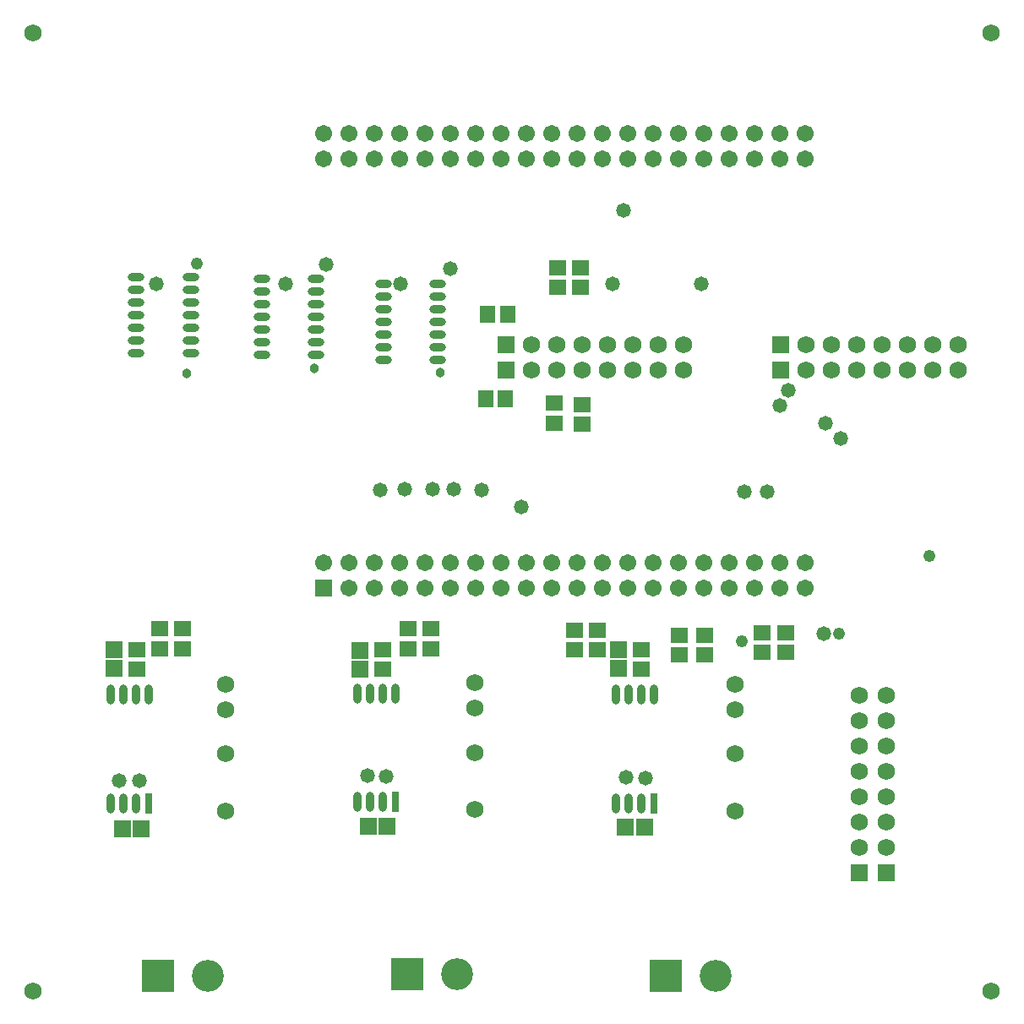
<source format=gbs>
G04 Layer_Color=16711935*
%FSLAX25Y25*%
%MOIN*%
G70*
G01*
G75*
%ADD34R,0.07099X0.06706*%
%ADD35R,0.06312X0.06706*%
%ADD36R,0.06706X0.06312*%
%ADD37R,0.06706X0.07099*%
%ADD38C,0.06800*%
%ADD39R,0.12611X0.12611*%
%ADD40C,0.12611*%
%ADD41C,0.06706*%
%ADD42R,0.06706X0.06706*%
%ADD43R,0.06800X0.06800*%
%ADD44R,0.06800X0.06800*%
%ADD45C,0.05800*%
%ADD46C,0.04800*%
%ADD47C,0.03800*%
%ADD48O,0.03162X0.07887*%
%ADD49R,0.03162X0.07887*%
%ADD50O,0.06509X0.03162*%
D34*
X231000Y127260D02*
D03*
Y134740D02*
D03*
X32000Y127260D02*
D03*
Y134740D02*
D03*
X129000Y126977D02*
D03*
Y134458D02*
D03*
D35*
X187330Y267000D02*
D03*
X179456D02*
D03*
X186437Y233500D02*
D03*
X178563D02*
D03*
D36*
X287500Y133563D02*
D03*
Y141437D02*
D03*
X297000Y141437D02*
D03*
Y133563D02*
D03*
X255000Y132563D02*
D03*
Y140437D02*
D03*
X265000Y140437D02*
D03*
Y132563D02*
D03*
X240000Y126922D02*
D03*
Y134796D02*
D03*
X41000Y126922D02*
D03*
Y134796D02*
D03*
X138000Y126922D02*
D03*
Y134796D02*
D03*
X148000Y142937D02*
D03*
Y135063D02*
D03*
X157000Y135063D02*
D03*
Y142937D02*
D03*
X50000Y142937D02*
D03*
Y135063D02*
D03*
X59000Y135063D02*
D03*
Y142937D02*
D03*
X222500Y142437D02*
D03*
Y134563D02*
D03*
X213500Y134563D02*
D03*
Y142437D02*
D03*
X207000Y277563D02*
D03*
Y285437D02*
D03*
X205500Y231937D02*
D03*
Y224063D02*
D03*
X216000Y277563D02*
D03*
Y285437D02*
D03*
X216500Y231437D02*
D03*
Y223563D02*
D03*
D37*
X233760Y64500D02*
D03*
X241240D02*
D03*
X35260Y64000D02*
D03*
X42740D02*
D03*
X132197Y65000D02*
D03*
X139677D02*
D03*
D38*
X0Y-0D02*
D03*
Y377953D02*
D03*
X377953Y-0D02*
D03*
Y377953D02*
D03*
X277000Y121059D02*
D03*
Y111059D02*
D03*
Y93500D02*
D03*
Y71059D02*
D03*
X76000Y121059D02*
D03*
Y111059D02*
D03*
Y93500D02*
D03*
Y71059D02*
D03*
X174437Y121559D02*
D03*
Y111559D02*
D03*
Y94000D02*
D03*
Y71559D02*
D03*
X206500Y245000D02*
D03*
X196500D02*
D03*
X256500D02*
D03*
X246500D02*
D03*
X236500D02*
D03*
X226500D02*
D03*
X216500D02*
D03*
X206500Y255000D02*
D03*
X196500D02*
D03*
X256500D02*
D03*
X246500D02*
D03*
X236500D02*
D03*
X226500D02*
D03*
X216500D02*
D03*
X315000Y245000D02*
D03*
X305000D02*
D03*
X365000D02*
D03*
X355000D02*
D03*
X345000D02*
D03*
X335000D02*
D03*
X325000D02*
D03*
X315000Y255000D02*
D03*
X305000D02*
D03*
X365000D02*
D03*
X355000D02*
D03*
X345000D02*
D03*
X335000D02*
D03*
X325000D02*
D03*
X336500Y76500D02*
D03*
Y86500D02*
D03*
Y96500D02*
D03*
Y106500D02*
D03*
Y116500D02*
D03*
Y56500D02*
D03*
Y66500D02*
D03*
X326000Y76500D02*
D03*
Y86500D02*
D03*
Y96500D02*
D03*
Y106500D02*
D03*
Y116500D02*
D03*
Y56500D02*
D03*
Y66500D02*
D03*
D39*
X49158Y6000D02*
D03*
X147594Y6500D02*
D03*
X249658Y6000D02*
D03*
D40*
X68843D02*
D03*
X167280Y6500D02*
D03*
X269342Y6000D02*
D03*
D41*
X124500Y328291D02*
D03*
X134500D02*
D03*
X144500D02*
D03*
X154500D02*
D03*
X164500D02*
D03*
X174500D02*
D03*
X184500D02*
D03*
X194500D02*
D03*
X204500D02*
D03*
X214500D02*
D03*
X224500D02*
D03*
X234500D02*
D03*
X244500D02*
D03*
X254500D02*
D03*
X264500D02*
D03*
X274500D02*
D03*
X284500D02*
D03*
X294500D02*
D03*
X304500D02*
D03*
X114500Y338291D02*
D03*
X124500D02*
D03*
X134500D02*
D03*
X144500D02*
D03*
X154500D02*
D03*
X164500D02*
D03*
X174500D02*
D03*
X184500D02*
D03*
X194500D02*
D03*
X204500D02*
D03*
X214500D02*
D03*
X224500D02*
D03*
X234500D02*
D03*
X244500D02*
D03*
X254500D02*
D03*
X264500D02*
D03*
X274500D02*
D03*
X284500D02*
D03*
X294500D02*
D03*
X304500D02*
D03*
X114500Y328291D02*
D03*
X304500Y169000D02*
D03*
X294500D02*
D03*
X284500D02*
D03*
X274500D02*
D03*
X264500D02*
D03*
X254500D02*
D03*
X244500D02*
D03*
X234500D02*
D03*
X224500D02*
D03*
X214500D02*
D03*
X204500D02*
D03*
X194500D02*
D03*
X184500D02*
D03*
X174500D02*
D03*
X164500D02*
D03*
X154500D02*
D03*
X144500D02*
D03*
X134500D02*
D03*
X124500D02*
D03*
X114500D02*
D03*
X304500Y159000D02*
D03*
X294500D02*
D03*
X284500D02*
D03*
X274500D02*
D03*
X264500D02*
D03*
X254500D02*
D03*
X244500D02*
D03*
X234500D02*
D03*
X224500D02*
D03*
X214500D02*
D03*
X204500D02*
D03*
X194500D02*
D03*
X184500D02*
D03*
X174500D02*
D03*
X164500D02*
D03*
X154500D02*
D03*
X144500D02*
D03*
X134500D02*
D03*
X124500D02*
D03*
D42*
X114500D02*
D03*
D43*
X186500Y245000D02*
D03*
Y255000D02*
D03*
X295000Y245000D02*
D03*
Y255000D02*
D03*
D44*
X336500Y46500D02*
D03*
X326000D02*
D03*
D45*
X298000Y237000D02*
D03*
X294500Y231000D02*
D03*
X312500Y224000D02*
D03*
X318500Y218000D02*
D03*
X312000Y141000D02*
D03*
X234107Y84393D02*
D03*
X241500Y84000D02*
D03*
X139437Y84500D02*
D03*
X132044Y84893D02*
D03*
X42000Y83000D02*
D03*
X34000D02*
D03*
X177000Y197500D02*
D03*
X157500Y198000D02*
D03*
X137000Y197500D02*
D03*
X146500Y198000D02*
D03*
X166000D02*
D03*
X192500Y191000D02*
D03*
X280500Y197000D02*
D03*
X289500D02*
D03*
X115500Y286500D02*
D03*
X164500Y285000D02*
D03*
X233000Y308000D02*
D03*
X99500Y279000D02*
D03*
X145000D02*
D03*
X48500D02*
D03*
X228500D02*
D03*
X263500D02*
D03*
D46*
X353500Y171500D02*
D03*
X318000Y141000D02*
D03*
X279500Y138000D02*
D03*
X64500Y287000D02*
D03*
D47*
X60500Y243500D02*
D03*
X111000Y245500D02*
D03*
X160500Y244000D02*
D03*
D48*
X230000Y116913D02*
D03*
X235000D02*
D03*
X240000D02*
D03*
X245000D02*
D03*
X230000Y74000D02*
D03*
X235000D02*
D03*
X240000D02*
D03*
X30500Y116913D02*
D03*
X35500D02*
D03*
X40500D02*
D03*
X45500D02*
D03*
X30500Y74000D02*
D03*
X35500D02*
D03*
X40500D02*
D03*
X127937Y117413D02*
D03*
X132937D02*
D03*
X137937D02*
D03*
X142937D02*
D03*
X127937Y74500D02*
D03*
X132937D02*
D03*
X137937D02*
D03*
D49*
X245000Y74000D02*
D03*
X45500D02*
D03*
X142937Y74500D02*
D03*
D50*
X138243Y249000D02*
D03*
Y254000D02*
D03*
Y259000D02*
D03*
Y264000D02*
D03*
Y269000D02*
D03*
Y274000D02*
D03*
Y279000D02*
D03*
X159700Y249000D02*
D03*
Y254000D02*
D03*
Y259000D02*
D03*
Y264000D02*
D03*
Y269000D02*
D03*
Y274000D02*
D03*
Y279000D02*
D03*
X90243Y251100D02*
D03*
Y256100D02*
D03*
Y261100D02*
D03*
Y266100D02*
D03*
Y271100D02*
D03*
Y276100D02*
D03*
Y281100D02*
D03*
X111700Y251100D02*
D03*
Y256100D02*
D03*
Y261100D02*
D03*
Y266100D02*
D03*
Y271100D02*
D03*
Y276100D02*
D03*
Y281100D02*
D03*
X40743Y251500D02*
D03*
Y256500D02*
D03*
Y261500D02*
D03*
Y266500D02*
D03*
Y271500D02*
D03*
Y276500D02*
D03*
Y281500D02*
D03*
X62200Y251500D02*
D03*
Y256500D02*
D03*
Y261500D02*
D03*
Y266500D02*
D03*
Y271500D02*
D03*
Y276500D02*
D03*
Y281500D02*
D03*
M02*

</source>
